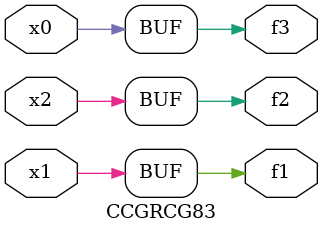
<source format=v>
module CCGRCG83(
	input x0, x1, x2,
	output f1, f2, f3
);
	assign f1 = x1;
	assign f2 = x2;
	assign f3 = x0;
endmodule

</source>
